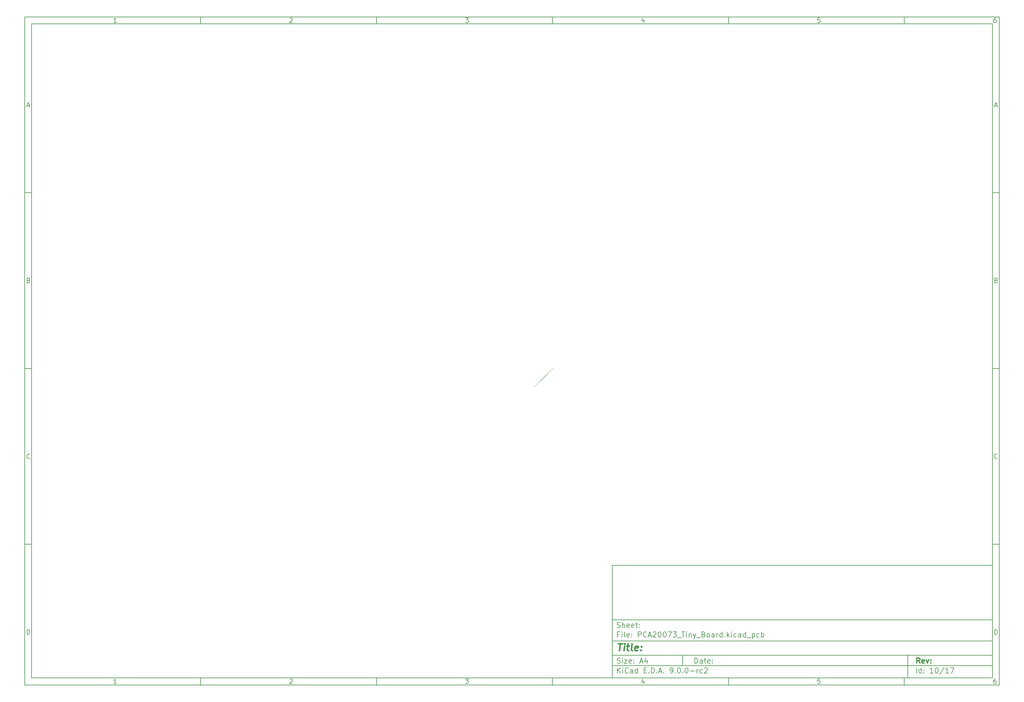
<source format=gbr>
G04 #@! TF.GenerationSoftware,KiCad,Pcbnew,9.0.0-rc2-3baa6cd791~182~ubuntu24.04.1*
G04 #@! TF.CreationDate,2025-02-06T23:09:26-05:00*
G04 #@! TF.ProjectId,PCA20073_Tiny_Board,50434132-3030-4373-935f-54696e795f42,rev?*
G04 #@! TF.SameCoordinates,PX82a22f1PY713a4f2*
G04 #@! TF.FileFunction,Legend,Bot*
G04 #@! TF.FilePolarity,Positive*
%FSLAX46Y46*%
G04 Gerber Fmt 4.6, Leading zero omitted, Abs format (unit mm)*
G04 Created by KiCad (PCBNEW 9.0.0-rc2-3baa6cd791~182~ubuntu24.04.1) date 2025-02-06 23:09:26*
%MOMM*%
%LPD*%
G01*
G04 APERTURE LIST*
%ADD10C,0.100000*%
%ADD11C,0.150000*%
%ADD12C,0.300000*%
%ADD13C,0.400000*%
%ADD14C,0.120000*%
G04 APERTURE END LIST*
D10*
D11*
X40023015Y-47279278D02*
X148023015Y-47279278D01*
X148023015Y-79279278D01*
X40023015Y-79279278D01*
X40023015Y-47279278D01*
D10*
D11*
X-126979185Y108727922D02*
X150023015Y108727922D01*
X150023015Y-81279278D01*
X-126979185Y-81279278D01*
X-126979185Y108727922D01*
D10*
D11*
X-124979185Y106727922D02*
X148023015Y106727922D01*
X148023015Y-79279278D01*
X-124979185Y-79279278D01*
X-124979185Y106727922D01*
D10*
D11*
X-76979185Y106727922D02*
X-76979185Y108727922D01*
D10*
D11*
X-26979185Y106727922D02*
X-26979185Y108727922D01*
D10*
D11*
X23020815Y106727922D02*
X23020815Y108727922D01*
D10*
D11*
X73020815Y106727922D02*
X73020815Y108727922D01*
D10*
D11*
X123020815Y106727922D02*
X123020815Y108727922D01*
D10*
D11*
X-100890025Y107134318D02*
X-101632882Y107134318D01*
X-101261454Y107134318D02*
X-101261454Y108434318D01*
X-101261454Y108434318D02*
X-101385263Y108248603D01*
X-101385263Y108248603D02*
X-101509073Y108124794D01*
X-101509073Y108124794D02*
X-101632882Y108062889D01*
D10*
D11*
X-51632882Y108310508D02*
X-51570978Y108372413D01*
X-51570978Y108372413D02*
X-51447168Y108434318D01*
X-51447168Y108434318D02*
X-51137644Y108434318D01*
X-51137644Y108434318D02*
X-51013835Y108372413D01*
X-51013835Y108372413D02*
X-50951930Y108310508D01*
X-50951930Y108310508D02*
X-50890025Y108186699D01*
X-50890025Y108186699D02*
X-50890025Y108062889D01*
X-50890025Y108062889D02*
X-50951930Y107877175D01*
X-50951930Y107877175D02*
X-51694787Y107134318D01*
X-51694787Y107134318D02*
X-50890025Y107134318D01*
D10*
D11*
X-1694787Y108434318D02*
X-890025Y108434318D01*
X-890025Y108434318D02*
X-1323359Y107939080D01*
X-1323359Y107939080D02*
X-1137644Y107939080D01*
X-1137644Y107939080D02*
X-1013835Y107877175D01*
X-1013835Y107877175D02*
X-951930Y107815270D01*
X-951930Y107815270D02*
X-890025Y107691461D01*
X-890025Y107691461D02*
X-890025Y107381937D01*
X-890025Y107381937D02*
X-951930Y107258127D01*
X-951930Y107258127D02*
X-1013835Y107196222D01*
X-1013835Y107196222D02*
X-1137644Y107134318D01*
X-1137644Y107134318D02*
X-1509073Y107134318D01*
X-1509073Y107134318D02*
X-1632882Y107196222D01*
X-1632882Y107196222D02*
X-1694787Y107258127D01*
D10*
D11*
X48986165Y108000984D02*
X48986165Y107134318D01*
X48676641Y108496222D02*
X48367118Y107567651D01*
X48367118Y107567651D02*
X49171879Y107567651D01*
D10*
D11*
X99048070Y108434318D02*
X98429022Y108434318D01*
X98429022Y108434318D02*
X98367118Y107815270D01*
X98367118Y107815270D02*
X98429022Y107877175D01*
X98429022Y107877175D02*
X98552832Y107939080D01*
X98552832Y107939080D02*
X98862356Y107939080D01*
X98862356Y107939080D02*
X98986165Y107877175D01*
X98986165Y107877175D02*
X99048070Y107815270D01*
X99048070Y107815270D02*
X99109975Y107691461D01*
X99109975Y107691461D02*
X99109975Y107381937D01*
X99109975Y107381937D02*
X99048070Y107258127D01*
X99048070Y107258127D02*
X98986165Y107196222D01*
X98986165Y107196222D02*
X98862356Y107134318D01*
X98862356Y107134318D02*
X98552832Y107134318D01*
X98552832Y107134318D02*
X98429022Y107196222D01*
X98429022Y107196222D02*
X98367118Y107258127D01*
D10*
D11*
X148986165Y108434318D02*
X148738546Y108434318D01*
X148738546Y108434318D02*
X148614737Y108372413D01*
X148614737Y108372413D02*
X148552832Y108310508D01*
X148552832Y108310508D02*
X148429022Y108124794D01*
X148429022Y108124794D02*
X148367118Y107877175D01*
X148367118Y107877175D02*
X148367118Y107381937D01*
X148367118Y107381937D02*
X148429022Y107258127D01*
X148429022Y107258127D02*
X148490927Y107196222D01*
X148490927Y107196222D02*
X148614737Y107134318D01*
X148614737Y107134318D02*
X148862356Y107134318D01*
X148862356Y107134318D02*
X148986165Y107196222D01*
X148986165Y107196222D02*
X149048070Y107258127D01*
X149048070Y107258127D02*
X149109975Y107381937D01*
X149109975Y107381937D02*
X149109975Y107691461D01*
X149109975Y107691461D02*
X149048070Y107815270D01*
X149048070Y107815270D02*
X148986165Y107877175D01*
X148986165Y107877175D02*
X148862356Y107939080D01*
X148862356Y107939080D02*
X148614737Y107939080D01*
X148614737Y107939080D02*
X148490927Y107877175D01*
X148490927Y107877175D02*
X148429022Y107815270D01*
X148429022Y107815270D02*
X148367118Y107691461D01*
D10*
D11*
X-76979185Y-79279278D02*
X-76979185Y-81279278D01*
D10*
D11*
X-26979185Y-79279278D02*
X-26979185Y-81279278D01*
D10*
D11*
X23020815Y-79279278D02*
X23020815Y-81279278D01*
D10*
D11*
X73020815Y-79279278D02*
X73020815Y-81279278D01*
D10*
D11*
X123020815Y-79279278D02*
X123020815Y-81279278D01*
D10*
D11*
X-100890025Y-80872882D02*
X-101632882Y-80872882D01*
X-101261454Y-80872882D02*
X-101261454Y-79572882D01*
X-101261454Y-79572882D02*
X-101385263Y-79758597D01*
X-101385263Y-79758597D02*
X-101509073Y-79882406D01*
X-101509073Y-79882406D02*
X-101632882Y-79944311D01*
D10*
D11*
X-51632882Y-79696692D02*
X-51570978Y-79634787D01*
X-51570978Y-79634787D02*
X-51447168Y-79572882D01*
X-51447168Y-79572882D02*
X-51137644Y-79572882D01*
X-51137644Y-79572882D02*
X-51013835Y-79634787D01*
X-51013835Y-79634787D02*
X-50951930Y-79696692D01*
X-50951930Y-79696692D02*
X-50890025Y-79820501D01*
X-50890025Y-79820501D02*
X-50890025Y-79944311D01*
X-50890025Y-79944311D02*
X-50951930Y-80130025D01*
X-50951930Y-80130025D02*
X-51694787Y-80872882D01*
X-51694787Y-80872882D02*
X-50890025Y-80872882D01*
D10*
D11*
X-1694787Y-79572882D02*
X-890025Y-79572882D01*
X-890025Y-79572882D02*
X-1323359Y-80068120D01*
X-1323359Y-80068120D02*
X-1137644Y-80068120D01*
X-1137644Y-80068120D02*
X-1013835Y-80130025D01*
X-1013835Y-80130025D02*
X-951930Y-80191930D01*
X-951930Y-80191930D02*
X-890025Y-80315739D01*
X-890025Y-80315739D02*
X-890025Y-80625263D01*
X-890025Y-80625263D02*
X-951930Y-80749073D01*
X-951930Y-80749073D02*
X-1013835Y-80810978D01*
X-1013835Y-80810978D02*
X-1137644Y-80872882D01*
X-1137644Y-80872882D02*
X-1509073Y-80872882D01*
X-1509073Y-80872882D02*
X-1632882Y-80810978D01*
X-1632882Y-80810978D02*
X-1694787Y-80749073D01*
D10*
D11*
X48986165Y-80006216D02*
X48986165Y-80872882D01*
X48676641Y-79510978D02*
X48367118Y-80439549D01*
X48367118Y-80439549D02*
X49171879Y-80439549D01*
D10*
D11*
X99048070Y-79572882D02*
X98429022Y-79572882D01*
X98429022Y-79572882D02*
X98367118Y-80191930D01*
X98367118Y-80191930D02*
X98429022Y-80130025D01*
X98429022Y-80130025D02*
X98552832Y-80068120D01*
X98552832Y-80068120D02*
X98862356Y-80068120D01*
X98862356Y-80068120D02*
X98986165Y-80130025D01*
X98986165Y-80130025D02*
X99048070Y-80191930D01*
X99048070Y-80191930D02*
X99109975Y-80315739D01*
X99109975Y-80315739D02*
X99109975Y-80625263D01*
X99109975Y-80625263D02*
X99048070Y-80749073D01*
X99048070Y-80749073D02*
X98986165Y-80810978D01*
X98986165Y-80810978D02*
X98862356Y-80872882D01*
X98862356Y-80872882D02*
X98552832Y-80872882D01*
X98552832Y-80872882D02*
X98429022Y-80810978D01*
X98429022Y-80810978D02*
X98367118Y-80749073D01*
D10*
D11*
X148986165Y-79572882D02*
X148738546Y-79572882D01*
X148738546Y-79572882D02*
X148614737Y-79634787D01*
X148614737Y-79634787D02*
X148552832Y-79696692D01*
X148552832Y-79696692D02*
X148429022Y-79882406D01*
X148429022Y-79882406D02*
X148367118Y-80130025D01*
X148367118Y-80130025D02*
X148367118Y-80625263D01*
X148367118Y-80625263D02*
X148429022Y-80749073D01*
X148429022Y-80749073D02*
X148490927Y-80810978D01*
X148490927Y-80810978D02*
X148614737Y-80872882D01*
X148614737Y-80872882D02*
X148862356Y-80872882D01*
X148862356Y-80872882D02*
X148986165Y-80810978D01*
X148986165Y-80810978D02*
X149048070Y-80749073D01*
X149048070Y-80749073D02*
X149109975Y-80625263D01*
X149109975Y-80625263D02*
X149109975Y-80315739D01*
X149109975Y-80315739D02*
X149048070Y-80191930D01*
X149048070Y-80191930D02*
X148986165Y-80130025D01*
X148986165Y-80130025D02*
X148862356Y-80068120D01*
X148862356Y-80068120D02*
X148614737Y-80068120D01*
X148614737Y-80068120D02*
X148490927Y-80130025D01*
X148490927Y-80130025D02*
X148429022Y-80191930D01*
X148429022Y-80191930D02*
X148367118Y-80315739D01*
D10*
D11*
X-126979185Y58727922D02*
X-124979185Y58727922D01*
D10*
D11*
X-126979185Y8727922D02*
X-124979185Y8727922D01*
D10*
D11*
X-126979185Y-41272078D02*
X-124979185Y-41272078D01*
D10*
D11*
X-126288709Y83505746D02*
X-125669662Y83505746D01*
X-126412519Y83134318D02*
X-125979186Y84434318D01*
X-125979186Y84434318D02*
X-125545852Y83134318D01*
D10*
D11*
X-125886328Y33815270D02*
X-125700614Y33753365D01*
X-125700614Y33753365D02*
X-125638709Y33691461D01*
X-125638709Y33691461D02*
X-125576805Y33567651D01*
X-125576805Y33567651D02*
X-125576805Y33381937D01*
X-125576805Y33381937D02*
X-125638709Y33258127D01*
X-125638709Y33258127D02*
X-125700614Y33196222D01*
X-125700614Y33196222D02*
X-125824424Y33134318D01*
X-125824424Y33134318D02*
X-126319662Y33134318D01*
X-126319662Y33134318D02*
X-126319662Y34434318D01*
X-126319662Y34434318D02*
X-125886328Y34434318D01*
X-125886328Y34434318D02*
X-125762519Y34372413D01*
X-125762519Y34372413D02*
X-125700614Y34310508D01*
X-125700614Y34310508D02*
X-125638709Y34186699D01*
X-125638709Y34186699D02*
X-125638709Y34062889D01*
X-125638709Y34062889D02*
X-125700614Y33939080D01*
X-125700614Y33939080D02*
X-125762519Y33877175D01*
X-125762519Y33877175D02*
X-125886328Y33815270D01*
X-125886328Y33815270D02*
X-126319662Y33815270D01*
D10*
D11*
X-125576805Y-16741873D02*
X-125638709Y-16803778D01*
X-125638709Y-16803778D02*
X-125824424Y-16865682D01*
X-125824424Y-16865682D02*
X-125948233Y-16865682D01*
X-125948233Y-16865682D02*
X-126133947Y-16803778D01*
X-126133947Y-16803778D02*
X-126257757Y-16679968D01*
X-126257757Y-16679968D02*
X-126319662Y-16556158D01*
X-126319662Y-16556158D02*
X-126381566Y-16308539D01*
X-126381566Y-16308539D02*
X-126381566Y-16122825D01*
X-126381566Y-16122825D02*
X-126319662Y-15875206D01*
X-126319662Y-15875206D02*
X-126257757Y-15751397D01*
X-126257757Y-15751397D02*
X-126133947Y-15627587D01*
X-126133947Y-15627587D02*
X-125948233Y-15565682D01*
X-125948233Y-15565682D02*
X-125824424Y-15565682D01*
X-125824424Y-15565682D02*
X-125638709Y-15627587D01*
X-125638709Y-15627587D02*
X-125576805Y-15689492D01*
D10*
D11*
X-126319662Y-66865682D02*
X-126319662Y-65565682D01*
X-126319662Y-65565682D02*
X-126010138Y-65565682D01*
X-126010138Y-65565682D02*
X-125824424Y-65627587D01*
X-125824424Y-65627587D02*
X-125700614Y-65751397D01*
X-125700614Y-65751397D02*
X-125638709Y-65875206D01*
X-125638709Y-65875206D02*
X-125576805Y-66122825D01*
X-125576805Y-66122825D02*
X-125576805Y-66308539D01*
X-125576805Y-66308539D02*
X-125638709Y-66556158D01*
X-125638709Y-66556158D02*
X-125700614Y-66679968D01*
X-125700614Y-66679968D02*
X-125824424Y-66803778D01*
X-125824424Y-66803778D02*
X-126010138Y-66865682D01*
X-126010138Y-66865682D02*
X-126319662Y-66865682D01*
D10*
D11*
X150023015Y58727922D02*
X148023015Y58727922D01*
D10*
D11*
X150023015Y8727922D02*
X148023015Y8727922D01*
D10*
D11*
X150023015Y-41272078D02*
X148023015Y-41272078D01*
D10*
D11*
X148713491Y83505746D02*
X149332538Y83505746D01*
X148589681Y83134318D02*
X149023014Y84434318D01*
X149023014Y84434318D02*
X149456348Y83134318D01*
D10*
D11*
X149115872Y33815270D02*
X149301586Y33753365D01*
X149301586Y33753365D02*
X149363491Y33691461D01*
X149363491Y33691461D02*
X149425395Y33567651D01*
X149425395Y33567651D02*
X149425395Y33381937D01*
X149425395Y33381937D02*
X149363491Y33258127D01*
X149363491Y33258127D02*
X149301586Y33196222D01*
X149301586Y33196222D02*
X149177776Y33134318D01*
X149177776Y33134318D02*
X148682538Y33134318D01*
X148682538Y33134318D02*
X148682538Y34434318D01*
X148682538Y34434318D02*
X149115872Y34434318D01*
X149115872Y34434318D02*
X149239681Y34372413D01*
X149239681Y34372413D02*
X149301586Y34310508D01*
X149301586Y34310508D02*
X149363491Y34186699D01*
X149363491Y34186699D02*
X149363491Y34062889D01*
X149363491Y34062889D02*
X149301586Y33939080D01*
X149301586Y33939080D02*
X149239681Y33877175D01*
X149239681Y33877175D02*
X149115872Y33815270D01*
X149115872Y33815270D02*
X148682538Y33815270D01*
D10*
D11*
X149425395Y-16741873D02*
X149363491Y-16803778D01*
X149363491Y-16803778D02*
X149177776Y-16865682D01*
X149177776Y-16865682D02*
X149053967Y-16865682D01*
X149053967Y-16865682D02*
X148868253Y-16803778D01*
X148868253Y-16803778D02*
X148744443Y-16679968D01*
X148744443Y-16679968D02*
X148682538Y-16556158D01*
X148682538Y-16556158D02*
X148620634Y-16308539D01*
X148620634Y-16308539D02*
X148620634Y-16122825D01*
X148620634Y-16122825D02*
X148682538Y-15875206D01*
X148682538Y-15875206D02*
X148744443Y-15751397D01*
X148744443Y-15751397D02*
X148868253Y-15627587D01*
X148868253Y-15627587D02*
X149053967Y-15565682D01*
X149053967Y-15565682D02*
X149177776Y-15565682D01*
X149177776Y-15565682D02*
X149363491Y-15627587D01*
X149363491Y-15627587D02*
X149425395Y-15689492D01*
D10*
D11*
X148682538Y-66865682D02*
X148682538Y-65565682D01*
X148682538Y-65565682D02*
X148992062Y-65565682D01*
X148992062Y-65565682D02*
X149177776Y-65627587D01*
X149177776Y-65627587D02*
X149301586Y-65751397D01*
X149301586Y-65751397D02*
X149363491Y-65875206D01*
X149363491Y-65875206D02*
X149425395Y-66122825D01*
X149425395Y-66122825D02*
X149425395Y-66308539D01*
X149425395Y-66308539D02*
X149363491Y-66556158D01*
X149363491Y-66556158D02*
X149301586Y-66679968D01*
X149301586Y-66679968D02*
X149177776Y-66803778D01*
X149177776Y-66803778D02*
X148992062Y-66865682D01*
X148992062Y-66865682D02*
X148682538Y-66865682D01*
D10*
D11*
X63478841Y-75065406D02*
X63478841Y-73565406D01*
X63478841Y-73565406D02*
X63835984Y-73565406D01*
X63835984Y-73565406D02*
X64050270Y-73636835D01*
X64050270Y-73636835D02*
X64193127Y-73779692D01*
X64193127Y-73779692D02*
X64264556Y-73922549D01*
X64264556Y-73922549D02*
X64335984Y-74208263D01*
X64335984Y-74208263D02*
X64335984Y-74422549D01*
X64335984Y-74422549D02*
X64264556Y-74708263D01*
X64264556Y-74708263D02*
X64193127Y-74851120D01*
X64193127Y-74851120D02*
X64050270Y-74993978D01*
X64050270Y-74993978D02*
X63835984Y-75065406D01*
X63835984Y-75065406D02*
X63478841Y-75065406D01*
X65621699Y-75065406D02*
X65621699Y-74279692D01*
X65621699Y-74279692D02*
X65550270Y-74136835D01*
X65550270Y-74136835D02*
X65407413Y-74065406D01*
X65407413Y-74065406D02*
X65121699Y-74065406D01*
X65121699Y-74065406D02*
X64978841Y-74136835D01*
X65621699Y-74993978D02*
X65478841Y-75065406D01*
X65478841Y-75065406D02*
X65121699Y-75065406D01*
X65121699Y-75065406D02*
X64978841Y-74993978D01*
X64978841Y-74993978D02*
X64907413Y-74851120D01*
X64907413Y-74851120D02*
X64907413Y-74708263D01*
X64907413Y-74708263D02*
X64978841Y-74565406D01*
X64978841Y-74565406D02*
X65121699Y-74493978D01*
X65121699Y-74493978D02*
X65478841Y-74493978D01*
X65478841Y-74493978D02*
X65621699Y-74422549D01*
X66121699Y-74065406D02*
X66693127Y-74065406D01*
X66335984Y-73565406D02*
X66335984Y-74851120D01*
X66335984Y-74851120D02*
X66407413Y-74993978D01*
X66407413Y-74993978D02*
X66550270Y-75065406D01*
X66550270Y-75065406D02*
X66693127Y-75065406D01*
X67764556Y-74993978D02*
X67621699Y-75065406D01*
X67621699Y-75065406D02*
X67335985Y-75065406D01*
X67335985Y-75065406D02*
X67193127Y-74993978D01*
X67193127Y-74993978D02*
X67121699Y-74851120D01*
X67121699Y-74851120D02*
X67121699Y-74279692D01*
X67121699Y-74279692D02*
X67193127Y-74136835D01*
X67193127Y-74136835D02*
X67335985Y-74065406D01*
X67335985Y-74065406D02*
X67621699Y-74065406D01*
X67621699Y-74065406D02*
X67764556Y-74136835D01*
X67764556Y-74136835D02*
X67835985Y-74279692D01*
X67835985Y-74279692D02*
X67835985Y-74422549D01*
X67835985Y-74422549D02*
X67121699Y-74565406D01*
X68478841Y-74922549D02*
X68550270Y-74993978D01*
X68550270Y-74993978D02*
X68478841Y-75065406D01*
X68478841Y-75065406D02*
X68407413Y-74993978D01*
X68407413Y-74993978D02*
X68478841Y-74922549D01*
X68478841Y-74922549D02*
X68478841Y-75065406D01*
X68478841Y-74136835D02*
X68550270Y-74208263D01*
X68550270Y-74208263D02*
X68478841Y-74279692D01*
X68478841Y-74279692D02*
X68407413Y-74208263D01*
X68407413Y-74208263D02*
X68478841Y-74136835D01*
X68478841Y-74136835D02*
X68478841Y-74279692D01*
D10*
D11*
X40023015Y-75779278D02*
X148023015Y-75779278D01*
D10*
D11*
X41478841Y-77865406D02*
X41478841Y-76365406D01*
X42335984Y-77865406D02*
X41693127Y-77008263D01*
X42335984Y-76365406D02*
X41478841Y-77222549D01*
X42978841Y-77865406D02*
X42978841Y-76865406D01*
X42978841Y-76365406D02*
X42907413Y-76436835D01*
X42907413Y-76436835D02*
X42978841Y-76508263D01*
X42978841Y-76508263D02*
X43050270Y-76436835D01*
X43050270Y-76436835D02*
X42978841Y-76365406D01*
X42978841Y-76365406D02*
X42978841Y-76508263D01*
X44550270Y-77722549D02*
X44478842Y-77793978D01*
X44478842Y-77793978D02*
X44264556Y-77865406D01*
X44264556Y-77865406D02*
X44121699Y-77865406D01*
X44121699Y-77865406D02*
X43907413Y-77793978D01*
X43907413Y-77793978D02*
X43764556Y-77651120D01*
X43764556Y-77651120D02*
X43693127Y-77508263D01*
X43693127Y-77508263D02*
X43621699Y-77222549D01*
X43621699Y-77222549D02*
X43621699Y-77008263D01*
X43621699Y-77008263D02*
X43693127Y-76722549D01*
X43693127Y-76722549D02*
X43764556Y-76579692D01*
X43764556Y-76579692D02*
X43907413Y-76436835D01*
X43907413Y-76436835D02*
X44121699Y-76365406D01*
X44121699Y-76365406D02*
X44264556Y-76365406D01*
X44264556Y-76365406D02*
X44478842Y-76436835D01*
X44478842Y-76436835D02*
X44550270Y-76508263D01*
X45835985Y-77865406D02*
X45835985Y-77079692D01*
X45835985Y-77079692D02*
X45764556Y-76936835D01*
X45764556Y-76936835D02*
X45621699Y-76865406D01*
X45621699Y-76865406D02*
X45335985Y-76865406D01*
X45335985Y-76865406D02*
X45193127Y-76936835D01*
X45835985Y-77793978D02*
X45693127Y-77865406D01*
X45693127Y-77865406D02*
X45335985Y-77865406D01*
X45335985Y-77865406D02*
X45193127Y-77793978D01*
X45193127Y-77793978D02*
X45121699Y-77651120D01*
X45121699Y-77651120D02*
X45121699Y-77508263D01*
X45121699Y-77508263D02*
X45193127Y-77365406D01*
X45193127Y-77365406D02*
X45335985Y-77293978D01*
X45335985Y-77293978D02*
X45693127Y-77293978D01*
X45693127Y-77293978D02*
X45835985Y-77222549D01*
X47193128Y-77865406D02*
X47193128Y-76365406D01*
X47193128Y-77793978D02*
X47050270Y-77865406D01*
X47050270Y-77865406D02*
X46764556Y-77865406D01*
X46764556Y-77865406D02*
X46621699Y-77793978D01*
X46621699Y-77793978D02*
X46550270Y-77722549D01*
X46550270Y-77722549D02*
X46478842Y-77579692D01*
X46478842Y-77579692D02*
X46478842Y-77151120D01*
X46478842Y-77151120D02*
X46550270Y-77008263D01*
X46550270Y-77008263D02*
X46621699Y-76936835D01*
X46621699Y-76936835D02*
X46764556Y-76865406D01*
X46764556Y-76865406D02*
X47050270Y-76865406D01*
X47050270Y-76865406D02*
X47193128Y-76936835D01*
X49050270Y-77079692D02*
X49550270Y-77079692D01*
X49764556Y-77865406D02*
X49050270Y-77865406D01*
X49050270Y-77865406D02*
X49050270Y-76365406D01*
X49050270Y-76365406D02*
X49764556Y-76365406D01*
X50407413Y-77722549D02*
X50478842Y-77793978D01*
X50478842Y-77793978D02*
X50407413Y-77865406D01*
X50407413Y-77865406D02*
X50335985Y-77793978D01*
X50335985Y-77793978D02*
X50407413Y-77722549D01*
X50407413Y-77722549D02*
X50407413Y-77865406D01*
X51121699Y-77865406D02*
X51121699Y-76365406D01*
X51121699Y-76365406D02*
X51478842Y-76365406D01*
X51478842Y-76365406D02*
X51693128Y-76436835D01*
X51693128Y-76436835D02*
X51835985Y-76579692D01*
X51835985Y-76579692D02*
X51907414Y-76722549D01*
X51907414Y-76722549D02*
X51978842Y-77008263D01*
X51978842Y-77008263D02*
X51978842Y-77222549D01*
X51978842Y-77222549D02*
X51907414Y-77508263D01*
X51907414Y-77508263D02*
X51835985Y-77651120D01*
X51835985Y-77651120D02*
X51693128Y-77793978D01*
X51693128Y-77793978D02*
X51478842Y-77865406D01*
X51478842Y-77865406D02*
X51121699Y-77865406D01*
X52621699Y-77722549D02*
X52693128Y-77793978D01*
X52693128Y-77793978D02*
X52621699Y-77865406D01*
X52621699Y-77865406D02*
X52550271Y-77793978D01*
X52550271Y-77793978D02*
X52621699Y-77722549D01*
X52621699Y-77722549D02*
X52621699Y-77865406D01*
X53264557Y-77436835D02*
X53978843Y-77436835D01*
X53121700Y-77865406D02*
X53621700Y-76365406D01*
X53621700Y-76365406D02*
X54121700Y-77865406D01*
X54621699Y-77722549D02*
X54693128Y-77793978D01*
X54693128Y-77793978D02*
X54621699Y-77865406D01*
X54621699Y-77865406D02*
X54550271Y-77793978D01*
X54550271Y-77793978D02*
X54621699Y-77722549D01*
X54621699Y-77722549D02*
X54621699Y-77865406D01*
X56550271Y-77865406D02*
X56835985Y-77865406D01*
X56835985Y-77865406D02*
X56978842Y-77793978D01*
X56978842Y-77793978D02*
X57050271Y-77722549D01*
X57050271Y-77722549D02*
X57193128Y-77508263D01*
X57193128Y-77508263D02*
X57264557Y-77222549D01*
X57264557Y-77222549D02*
X57264557Y-76651120D01*
X57264557Y-76651120D02*
X57193128Y-76508263D01*
X57193128Y-76508263D02*
X57121700Y-76436835D01*
X57121700Y-76436835D02*
X56978842Y-76365406D01*
X56978842Y-76365406D02*
X56693128Y-76365406D01*
X56693128Y-76365406D02*
X56550271Y-76436835D01*
X56550271Y-76436835D02*
X56478842Y-76508263D01*
X56478842Y-76508263D02*
X56407414Y-76651120D01*
X56407414Y-76651120D02*
X56407414Y-77008263D01*
X56407414Y-77008263D02*
X56478842Y-77151120D01*
X56478842Y-77151120D02*
X56550271Y-77222549D01*
X56550271Y-77222549D02*
X56693128Y-77293978D01*
X56693128Y-77293978D02*
X56978842Y-77293978D01*
X56978842Y-77293978D02*
X57121700Y-77222549D01*
X57121700Y-77222549D02*
X57193128Y-77151120D01*
X57193128Y-77151120D02*
X57264557Y-77008263D01*
X57907413Y-77722549D02*
X57978842Y-77793978D01*
X57978842Y-77793978D02*
X57907413Y-77865406D01*
X57907413Y-77865406D02*
X57835985Y-77793978D01*
X57835985Y-77793978D02*
X57907413Y-77722549D01*
X57907413Y-77722549D02*
X57907413Y-77865406D01*
X58907414Y-76365406D02*
X59050271Y-76365406D01*
X59050271Y-76365406D02*
X59193128Y-76436835D01*
X59193128Y-76436835D02*
X59264557Y-76508263D01*
X59264557Y-76508263D02*
X59335985Y-76651120D01*
X59335985Y-76651120D02*
X59407414Y-76936835D01*
X59407414Y-76936835D02*
X59407414Y-77293978D01*
X59407414Y-77293978D02*
X59335985Y-77579692D01*
X59335985Y-77579692D02*
X59264557Y-77722549D01*
X59264557Y-77722549D02*
X59193128Y-77793978D01*
X59193128Y-77793978D02*
X59050271Y-77865406D01*
X59050271Y-77865406D02*
X58907414Y-77865406D01*
X58907414Y-77865406D02*
X58764557Y-77793978D01*
X58764557Y-77793978D02*
X58693128Y-77722549D01*
X58693128Y-77722549D02*
X58621699Y-77579692D01*
X58621699Y-77579692D02*
X58550271Y-77293978D01*
X58550271Y-77293978D02*
X58550271Y-76936835D01*
X58550271Y-76936835D02*
X58621699Y-76651120D01*
X58621699Y-76651120D02*
X58693128Y-76508263D01*
X58693128Y-76508263D02*
X58764557Y-76436835D01*
X58764557Y-76436835D02*
X58907414Y-76365406D01*
X60050270Y-77722549D02*
X60121699Y-77793978D01*
X60121699Y-77793978D02*
X60050270Y-77865406D01*
X60050270Y-77865406D02*
X59978842Y-77793978D01*
X59978842Y-77793978D02*
X60050270Y-77722549D01*
X60050270Y-77722549D02*
X60050270Y-77865406D01*
X61050271Y-76365406D02*
X61193128Y-76365406D01*
X61193128Y-76365406D02*
X61335985Y-76436835D01*
X61335985Y-76436835D02*
X61407414Y-76508263D01*
X61407414Y-76508263D02*
X61478842Y-76651120D01*
X61478842Y-76651120D02*
X61550271Y-76936835D01*
X61550271Y-76936835D02*
X61550271Y-77293978D01*
X61550271Y-77293978D02*
X61478842Y-77579692D01*
X61478842Y-77579692D02*
X61407414Y-77722549D01*
X61407414Y-77722549D02*
X61335985Y-77793978D01*
X61335985Y-77793978D02*
X61193128Y-77865406D01*
X61193128Y-77865406D02*
X61050271Y-77865406D01*
X61050271Y-77865406D02*
X60907414Y-77793978D01*
X60907414Y-77793978D02*
X60835985Y-77722549D01*
X60835985Y-77722549D02*
X60764556Y-77579692D01*
X60764556Y-77579692D02*
X60693128Y-77293978D01*
X60693128Y-77293978D02*
X60693128Y-76936835D01*
X60693128Y-76936835D02*
X60764556Y-76651120D01*
X60764556Y-76651120D02*
X60835985Y-76508263D01*
X60835985Y-76508263D02*
X60907414Y-76436835D01*
X60907414Y-76436835D02*
X61050271Y-76365406D01*
X62193127Y-77293978D02*
X63335985Y-77293978D01*
X64050270Y-77865406D02*
X64050270Y-76865406D01*
X64050270Y-77151120D02*
X64121699Y-77008263D01*
X64121699Y-77008263D02*
X64193128Y-76936835D01*
X64193128Y-76936835D02*
X64335985Y-76865406D01*
X64335985Y-76865406D02*
X64478842Y-76865406D01*
X65621699Y-77793978D02*
X65478841Y-77865406D01*
X65478841Y-77865406D02*
X65193127Y-77865406D01*
X65193127Y-77865406D02*
X65050270Y-77793978D01*
X65050270Y-77793978D02*
X64978841Y-77722549D01*
X64978841Y-77722549D02*
X64907413Y-77579692D01*
X64907413Y-77579692D02*
X64907413Y-77151120D01*
X64907413Y-77151120D02*
X64978841Y-77008263D01*
X64978841Y-77008263D02*
X65050270Y-76936835D01*
X65050270Y-76936835D02*
X65193127Y-76865406D01*
X65193127Y-76865406D02*
X65478841Y-76865406D01*
X65478841Y-76865406D02*
X65621699Y-76936835D01*
X66193127Y-76508263D02*
X66264555Y-76436835D01*
X66264555Y-76436835D02*
X66407413Y-76365406D01*
X66407413Y-76365406D02*
X66764555Y-76365406D01*
X66764555Y-76365406D02*
X66907413Y-76436835D01*
X66907413Y-76436835D02*
X66978841Y-76508263D01*
X66978841Y-76508263D02*
X67050270Y-76651120D01*
X67050270Y-76651120D02*
X67050270Y-76793978D01*
X67050270Y-76793978D02*
X66978841Y-77008263D01*
X66978841Y-77008263D02*
X66121698Y-77865406D01*
X66121698Y-77865406D02*
X67050270Y-77865406D01*
D10*
D11*
X40023015Y-72779278D02*
X148023015Y-72779278D01*
D10*
D12*
X127434668Y-75057606D02*
X126934668Y-74343320D01*
X126577525Y-75057606D02*
X126577525Y-73557606D01*
X126577525Y-73557606D02*
X127148954Y-73557606D01*
X127148954Y-73557606D02*
X127291811Y-73629035D01*
X127291811Y-73629035D02*
X127363240Y-73700463D01*
X127363240Y-73700463D02*
X127434668Y-73843320D01*
X127434668Y-73843320D02*
X127434668Y-74057606D01*
X127434668Y-74057606D02*
X127363240Y-74200463D01*
X127363240Y-74200463D02*
X127291811Y-74271892D01*
X127291811Y-74271892D02*
X127148954Y-74343320D01*
X127148954Y-74343320D02*
X126577525Y-74343320D01*
X128648954Y-74986178D02*
X128506097Y-75057606D01*
X128506097Y-75057606D02*
X128220383Y-75057606D01*
X128220383Y-75057606D02*
X128077525Y-74986178D01*
X128077525Y-74986178D02*
X128006097Y-74843320D01*
X128006097Y-74843320D02*
X128006097Y-74271892D01*
X128006097Y-74271892D02*
X128077525Y-74129035D01*
X128077525Y-74129035D02*
X128220383Y-74057606D01*
X128220383Y-74057606D02*
X128506097Y-74057606D01*
X128506097Y-74057606D02*
X128648954Y-74129035D01*
X128648954Y-74129035D02*
X128720383Y-74271892D01*
X128720383Y-74271892D02*
X128720383Y-74414749D01*
X128720383Y-74414749D02*
X128006097Y-74557606D01*
X129220382Y-74057606D02*
X129577525Y-75057606D01*
X129577525Y-75057606D02*
X129934668Y-74057606D01*
X130506096Y-74914749D02*
X130577525Y-74986178D01*
X130577525Y-74986178D02*
X130506096Y-75057606D01*
X130506096Y-75057606D02*
X130434668Y-74986178D01*
X130434668Y-74986178D02*
X130506096Y-74914749D01*
X130506096Y-74914749D02*
X130506096Y-75057606D01*
X130506096Y-74129035D02*
X130577525Y-74200463D01*
X130577525Y-74200463D02*
X130506096Y-74271892D01*
X130506096Y-74271892D02*
X130434668Y-74200463D01*
X130434668Y-74200463D02*
X130506096Y-74129035D01*
X130506096Y-74129035D02*
X130506096Y-74271892D01*
D10*
D11*
X41407413Y-74993978D02*
X41621699Y-75065406D01*
X41621699Y-75065406D02*
X41978841Y-75065406D01*
X41978841Y-75065406D02*
X42121699Y-74993978D01*
X42121699Y-74993978D02*
X42193127Y-74922549D01*
X42193127Y-74922549D02*
X42264556Y-74779692D01*
X42264556Y-74779692D02*
X42264556Y-74636835D01*
X42264556Y-74636835D02*
X42193127Y-74493978D01*
X42193127Y-74493978D02*
X42121699Y-74422549D01*
X42121699Y-74422549D02*
X41978841Y-74351120D01*
X41978841Y-74351120D02*
X41693127Y-74279692D01*
X41693127Y-74279692D02*
X41550270Y-74208263D01*
X41550270Y-74208263D02*
X41478841Y-74136835D01*
X41478841Y-74136835D02*
X41407413Y-73993978D01*
X41407413Y-73993978D02*
X41407413Y-73851120D01*
X41407413Y-73851120D02*
X41478841Y-73708263D01*
X41478841Y-73708263D02*
X41550270Y-73636835D01*
X41550270Y-73636835D02*
X41693127Y-73565406D01*
X41693127Y-73565406D02*
X42050270Y-73565406D01*
X42050270Y-73565406D02*
X42264556Y-73636835D01*
X42907412Y-75065406D02*
X42907412Y-74065406D01*
X42907412Y-73565406D02*
X42835984Y-73636835D01*
X42835984Y-73636835D02*
X42907412Y-73708263D01*
X42907412Y-73708263D02*
X42978841Y-73636835D01*
X42978841Y-73636835D02*
X42907412Y-73565406D01*
X42907412Y-73565406D02*
X42907412Y-73708263D01*
X43478841Y-74065406D02*
X44264556Y-74065406D01*
X44264556Y-74065406D02*
X43478841Y-75065406D01*
X43478841Y-75065406D02*
X44264556Y-75065406D01*
X45407413Y-74993978D02*
X45264556Y-75065406D01*
X45264556Y-75065406D02*
X44978842Y-75065406D01*
X44978842Y-75065406D02*
X44835984Y-74993978D01*
X44835984Y-74993978D02*
X44764556Y-74851120D01*
X44764556Y-74851120D02*
X44764556Y-74279692D01*
X44764556Y-74279692D02*
X44835984Y-74136835D01*
X44835984Y-74136835D02*
X44978842Y-74065406D01*
X44978842Y-74065406D02*
X45264556Y-74065406D01*
X45264556Y-74065406D02*
X45407413Y-74136835D01*
X45407413Y-74136835D02*
X45478842Y-74279692D01*
X45478842Y-74279692D02*
X45478842Y-74422549D01*
X45478842Y-74422549D02*
X44764556Y-74565406D01*
X46121698Y-74922549D02*
X46193127Y-74993978D01*
X46193127Y-74993978D02*
X46121698Y-75065406D01*
X46121698Y-75065406D02*
X46050270Y-74993978D01*
X46050270Y-74993978D02*
X46121698Y-74922549D01*
X46121698Y-74922549D02*
X46121698Y-75065406D01*
X46121698Y-74136835D02*
X46193127Y-74208263D01*
X46193127Y-74208263D02*
X46121698Y-74279692D01*
X46121698Y-74279692D02*
X46050270Y-74208263D01*
X46050270Y-74208263D02*
X46121698Y-74136835D01*
X46121698Y-74136835D02*
X46121698Y-74279692D01*
X47907413Y-74636835D02*
X48621699Y-74636835D01*
X47764556Y-75065406D02*
X48264556Y-73565406D01*
X48264556Y-73565406D02*
X48764556Y-75065406D01*
X49907413Y-74065406D02*
X49907413Y-75065406D01*
X49550270Y-73493978D02*
X49193127Y-74565406D01*
X49193127Y-74565406D02*
X50121698Y-74565406D01*
D10*
D11*
X126478841Y-77865406D02*
X126478841Y-76365406D01*
X127835985Y-77865406D02*
X127835985Y-76365406D01*
X127835985Y-77793978D02*
X127693127Y-77865406D01*
X127693127Y-77865406D02*
X127407413Y-77865406D01*
X127407413Y-77865406D02*
X127264556Y-77793978D01*
X127264556Y-77793978D02*
X127193127Y-77722549D01*
X127193127Y-77722549D02*
X127121699Y-77579692D01*
X127121699Y-77579692D02*
X127121699Y-77151120D01*
X127121699Y-77151120D02*
X127193127Y-77008263D01*
X127193127Y-77008263D02*
X127264556Y-76936835D01*
X127264556Y-76936835D02*
X127407413Y-76865406D01*
X127407413Y-76865406D02*
X127693127Y-76865406D01*
X127693127Y-76865406D02*
X127835985Y-76936835D01*
X128550270Y-77722549D02*
X128621699Y-77793978D01*
X128621699Y-77793978D02*
X128550270Y-77865406D01*
X128550270Y-77865406D02*
X128478842Y-77793978D01*
X128478842Y-77793978D02*
X128550270Y-77722549D01*
X128550270Y-77722549D02*
X128550270Y-77865406D01*
X128550270Y-76936835D02*
X128621699Y-77008263D01*
X128621699Y-77008263D02*
X128550270Y-77079692D01*
X128550270Y-77079692D02*
X128478842Y-77008263D01*
X128478842Y-77008263D02*
X128550270Y-76936835D01*
X128550270Y-76936835D02*
X128550270Y-77079692D01*
X131193128Y-77865406D02*
X130335985Y-77865406D01*
X130764556Y-77865406D02*
X130764556Y-76365406D01*
X130764556Y-76365406D02*
X130621699Y-76579692D01*
X130621699Y-76579692D02*
X130478842Y-76722549D01*
X130478842Y-76722549D02*
X130335985Y-76793978D01*
X132121699Y-76365406D02*
X132264556Y-76365406D01*
X132264556Y-76365406D02*
X132407413Y-76436835D01*
X132407413Y-76436835D02*
X132478842Y-76508263D01*
X132478842Y-76508263D02*
X132550270Y-76651120D01*
X132550270Y-76651120D02*
X132621699Y-76936835D01*
X132621699Y-76936835D02*
X132621699Y-77293978D01*
X132621699Y-77293978D02*
X132550270Y-77579692D01*
X132550270Y-77579692D02*
X132478842Y-77722549D01*
X132478842Y-77722549D02*
X132407413Y-77793978D01*
X132407413Y-77793978D02*
X132264556Y-77865406D01*
X132264556Y-77865406D02*
X132121699Y-77865406D01*
X132121699Y-77865406D02*
X131978842Y-77793978D01*
X131978842Y-77793978D02*
X131907413Y-77722549D01*
X131907413Y-77722549D02*
X131835984Y-77579692D01*
X131835984Y-77579692D02*
X131764556Y-77293978D01*
X131764556Y-77293978D02*
X131764556Y-76936835D01*
X131764556Y-76936835D02*
X131835984Y-76651120D01*
X131835984Y-76651120D02*
X131907413Y-76508263D01*
X131907413Y-76508263D02*
X131978842Y-76436835D01*
X131978842Y-76436835D02*
X132121699Y-76365406D01*
X134335984Y-76293978D02*
X133050270Y-78222549D01*
X135621699Y-77865406D02*
X134764556Y-77865406D01*
X135193127Y-77865406D02*
X135193127Y-76365406D01*
X135193127Y-76365406D02*
X135050270Y-76579692D01*
X135050270Y-76579692D02*
X134907413Y-76722549D01*
X134907413Y-76722549D02*
X134764556Y-76793978D01*
X136121698Y-76365406D02*
X137121698Y-76365406D01*
X137121698Y-76365406D02*
X136478841Y-77865406D01*
D10*
D11*
X40023015Y-68779278D02*
X148023015Y-68779278D01*
D10*
D13*
X41714743Y-69483716D02*
X42857600Y-69483716D01*
X42036172Y-71483716D02*
X42286172Y-69483716D01*
X43274267Y-71483716D02*
X43440934Y-70150382D01*
X43524267Y-69483716D02*
X43417124Y-69578954D01*
X43417124Y-69578954D02*
X43500458Y-69674192D01*
X43500458Y-69674192D02*
X43607601Y-69578954D01*
X43607601Y-69578954D02*
X43524267Y-69483716D01*
X43524267Y-69483716D02*
X43500458Y-69674192D01*
X44107601Y-70150382D02*
X44869505Y-70150382D01*
X44476648Y-69483716D02*
X44262363Y-71198001D01*
X44262363Y-71198001D02*
X44333791Y-71388478D01*
X44333791Y-71388478D02*
X44512363Y-71483716D01*
X44512363Y-71483716D02*
X44702839Y-71483716D01*
X45655220Y-71483716D02*
X45476648Y-71388478D01*
X45476648Y-71388478D02*
X45405220Y-71198001D01*
X45405220Y-71198001D02*
X45619505Y-69483716D01*
X47190934Y-71388478D02*
X46988553Y-71483716D01*
X46988553Y-71483716D02*
X46607600Y-71483716D01*
X46607600Y-71483716D02*
X46429029Y-71388478D01*
X46429029Y-71388478D02*
X46357600Y-71198001D01*
X46357600Y-71198001D02*
X46452839Y-70436097D01*
X46452839Y-70436097D02*
X46571886Y-70245620D01*
X46571886Y-70245620D02*
X46774267Y-70150382D01*
X46774267Y-70150382D02*
X47155219Y-70150382D01*
X47155219Y-70150382D02*
X47333791Y-70245620D01*
X47333791Y-70245620D02*
X47405219Y-70436097D01*
X47405219Y-70436097D02*
X47381410Y-70626573D01*
X47381410Y-70626573D02*
X46405219Y-70817049D01*
X48155220Y-71293239D02*
X48238553Y-71388478D01*
X48238553Y-71388478D02*
X48131410Y-71483716D01*
X48131410Y-71483716D02*
X48048077Y-71388478D01*
X48048077Y-71388478D02*
X48155220Y-71293239D01*
X48155220Y-71293239D02*
X48131410Y-71483716D01*
X48286172Y-70245620D02*
X48369505Y-70340858D01*
X48369505Y-70340858D02*
X48262363Y-70436097D01*
X48262363Y-70436097D02*
X48179029Y-70340858D01*
X48179029Y-70340858D02*
X48286172Y-70245620D01*
X48286172Y-70245620D02*
X48262363Y-70436097D01*
D10*
D11*
X41978841Y-66879692D02*
X41478841Y-66879692D01*
X41478841Y-67665406D02*
X41478841Y-66165406D01*
X41478841Y-66165406D02*
X42193127Y-66165406D01*
X42764555Y-67665406D02*
X42764555Y-66665406D01*
X42764555Y-66165406D02*
X42693127Y-66236835D01*
X42693127Y-66236835D02*
X42764555Y-66308263D01*
X42764555Y-66308263D02*
X42835984Y-66236835D01*
X42835984Y-66236835D02*
X42764555Y-66165406D01*
X42764555Y-66165406D02*
X42764555Y-66308263D01*
X43693127Y-67665406D02*
X43550270Y-67593978D01*
X43550270Y-67593978D02*
X43478841Y-67451120D01*
X43478841Y-67451120D02*
X43478841Y-66165406D01*
X44835984Y-67593978D02*
X44693127Y-67665406D01*
X44693127Y-67665406D02*
X44407413Y-67665406D01*
X44407413Y-67665406D02*
X44264555Y-67593978D01*
X44264555Y-67593978D02*
X44193127Y-67451120D01*
X44193127Y-67451120D02*
X44193127Y-66879692D01*
X44193127Y-66879692D02*
X44264555Y-66736835D01*
X44264555Y-66736835D02*
X44407413Y-66665406D01*
X44407413Y-66665406D02*
X44693127Y-66665406D01*
X44693127Y-66665406D02*
X44835984Y-66736835D01*
X44835984Y-66736835D02*
X44907413Y-66879692D01*
X44907413Y-66879692D02*
X44907413Y-67022549D01*
X44907413Y-67022549D02*
X44193127Y-67165406D01*
X45550269Y-67522549D02*
X45621698Y-67593978D01*
X45621698Y-67593978D02*
X45550269Y-67665406D01*
X45550269Y-67665406D02*
X45478841Y-67593978D01*
X45478841Y-67593978D02*
X45550269Y-67522549D01*
X45550269Y-67522549D02*
X45550269Y-67665406D01*
X45550269Y-66736835D02*
X45621698Y-66808263D01*
X45621698Y-66808263D02*
X45550269Y-66879692D01*
X45550269Y-66879692D02*
X45478841Y-66808263D01*
X45478841Y-66808263D02*
X45550269Y-66736835D01*
X45550269Y-66736835D02*
X45550269Y-66879692D01*
X47407412Y-67665406D02*
X47407412Y-66165406D01*
X47407412Y-66165406D02*
X47978841Y-66165406D01*
X47978841Y-66165406D02*
X48121698Y-66236835D01*
X48121698Y-66236835D02*
X48193127Y-66308263D01*
X48193127Y-66308263D02*
X48264555Y-66451120D01*
X48264555Y-66451120D02*
X48264555Y-66665406D01*
X48264555Y-66665406D02*
X48193127Y-66808263D01*
X48193127Y-66808263D02*
X48121698Y-66879692D01*
X48121698Y-66879692D02*
X47978841Y-66951120D01*
X47978841Y-66951120D02*
X47407412Y-66951120D01*
X49764555Y-67522549D02*
X49693127Y-67593978D01*
X49693127Y-67593978D02*
X49478841Y-67665406D01*
X49478841Y-67665406D02*
X49335984Y-67665406D01*
X49335984Y-67665406D02*
X49121698Y-67593978D01*
X49121698Y-67593978D02*
X48978841Y-67451120D01*
X48978841Y-67451120D02*
X48907412Y-67308263D01*
X48907412Y-67308263D02*
X48835984Y-67022549D01*
X48835984Y-67022549D02*
X48835984Y-66808263D01*
X48835984Y-66808263D02*
X48907412Y-66522549D01*
X48907412Y-66522549D02*
X48978841Y-66379692D01*
X48978841Y-66379692D02*
X49121698Y-66236835D01*
X49121698Y-66236835D02*
X49335984Y-66165406D01*
X49335984Y-66165406D02*
X49478841Y-66165406D01*
X49478841Y-66165406D02*
X49693127Y-66236835D01*
X49693127Y-66236835D02*
X49764555Y-66308263D01*
X50335984Y-67236835D02*
X51050270Y-67236835D01*
X50193127Y-67665406D02*
X50693127Y-66165406D01*
X50693127Y-66165406D02*
X51193127Y-67665406D01*
X51621698Y-66308263D02*
X51693126Y-66236835D01*
X51693126Y-66236835D02*
X51835984Y-66165406D01*
X51835984Y-66165406D02*
X52193126Y-66165406D01*
X52193126Y-66165406D02*
X52335984Y-66236835D01*
X52335984Y-66236835D02*
X52407412Y-66308263D01*
X52407412Y-66308263D02*
X52478841Y-66451120D01*
X52478841Y-66451120D02*
X52478841Y-66593978D01*
X52478841Y-66593978D02*
X52407412Y-66808263D01*
X52407412Y-66808263D02*
X51550269Y-67665406D01*
X51550269Y-67665406D02*
X52478841Y-67665406D01*
X53407412Y-66165406D02*
X53550269Y-66165406D01*
X53550269Y-66165406D02*
X53693126Y-66236835D01*
X53693126Y-66236835D02*
X53764555Y-66308263D01*
X53764555Y-66308263D02*
X53835983Y-66451120D01*
X53835983Y-66451120D02*
X53907412Y-66736835D01*
X53907412Y-66736835D02*
X53907412Y-67093978D01*
X53907412Y-67093978D02*
X53835983Y-67379692D01*
X53835983Y-67379692D02*
X53764555Y-67522549D01*
X53764555Y-67522549D02*
X53693126Y-67593978D01*
X53693126Y-67593978D02*
X53550269Y-67665406D01*
X53550269Y-67665406D02*
X53407412Y-67665406D01*
X53407412Y-67665406D02*
X53264555Y-67593978D01*
X53264555Y-67593978D02*
X53193126Y-67522549D01*
X53193126Y-67522549D02*
X53121697Y-67379692D01*
X53121697Y-67379692D02*
X53050269Y-67093978D01*
X53050269Y-67093978D02*
X53050269Y-66736835D01*
X53050269Y-66736835D02*
X53121697Y-66451120D01*
X53121697Y-66451120D02*
X53193126Y-66308263D01*
X53193126Y-66308263D02*
X53264555Y-66236835D01*
X53264555Y-66236835D02*
X53407412Y-66165406D01*
X54835983Y-66165406D02*
X54978840Y-66165406D01*
X54978840Y-66165406D02*
X55121697Y-66236835D01*
X55121697Y-66236835D02*
X55193126Y-66308263D01*
X55193126Y-66308263D02*
X55264554Y-66451120D01*
X55264554Y-66451120D02*
X55335983Y-66736835D01*
X55335983Y-66736835D02*
X55335983Y-67093978D01*
X55335983Y-67093978D02*
X55264554Y-67379692D01*
X55264554Y-67379692D02*
X55193126Y-67522549D01*
X55193126Y-67522549D02*
X55121697Y-67593978D01*
X55121697Y-67593978D02*
X54978840Y-67665406D01*
X54978840Y-67665406D02*
X54835983Y-67665406D01*
X54835983Y-67665406D02*
X54693126Y-67593978D01*
X54693126Y-67593978D02*
X54621697Y-67522549D01*
X54621697Y-67522549D02*
X54550268Y-67379692D01*
X54550268Y-67379692D02*
X54478840Y-67093978D01*
X54478840Y-67093978D02*
X54478840Y-66736835D01*
X54478840Y-66736835D02*
X54550268Y-66451120D01*
X54550268Y-66451120D02*
X54621697Y-66308263D01*
X54621697Y-66308263D02*
X54693126Y-66236835D01*
X54693126Y-66236835D02*
X54835983Y-66165406D01*
X55835982Y-66165406D02*
X56835982Y-66165406D01*
X56835982Y-66165406D02*
X56193125Y-67665406D01*
X57264553Y-66165406D02*
X58193125Y-66165406D01*
X58193125Y-66165406D02*
X57693125Y-66736835D01*
X57693125Y-66736835D02*
X57907410Y-66736835D01*
X57907410Y-66736835D02*
X58050268Y-66808263D01*
X58050268Y-66808263D02*
X58121696Y-66879692D01*
X58121696Y-66879692D02*
X58193125Y-67022549D01*
X58193125Y-67022549D02*
X58193125Y-67379692D01*
X58193125Y-67379692D02*
X58121696Y-67522549D01*
X58121696Y-67522549D02*
X58050268Y-67593978D01*
X58050268Y-67593978D02*
X57907410Y-67665406D01*
X57907410Y-67665406D02*
X57478839Y-67665406D01*
X57478839Y-67665406D02*
X57335982Y-67593978D01*
X57335982Y-67593978D02*
X57264553Y-67522549D01*
X58478839Y-67808263D02*
X59621696Y-67808263D01*
X59764553Y-66165406D02*
X60621696Y-66165406D01*
X60193124Y-67665406D02*
X60193124Y-66165406D01*
X61121695Y-67665406D02*
X61121695Y-66665406D01*
X61121695Y-66165406D02*
X61050267Y-66236835D01*
X61050267Y-66236835D02*
X61121695Y-66308263D01*
X61121695Y-66308263D02*
X61193124Y-66236835D01*
X61193124Y-66236835D02*
X61121695Y-66165406D01*
X61121695Y-66165406D02*
X61121695Y-66308263D01*
X61835981Y-66665406D02*
X61835981Y-67665406D01*
X61835981Y-66808263D02*
X61907410Y-66736835D01*
X61907410Y-66736835D02*
X62050267Y-66665406D01*
X62050267Y-66665406D02*
X62264553Y-66665406D01*
X62264553Y-66665406D02*
X62407410Y-66736835D01*
X62407410Y-66736835D02*
X62478839Y-66879692D01*
X62478839Y-66879692D02*
X62478839Y-67665406D01*
X63050267Y-66665406D02*
X63407410Y-67665406D01*
X63764553Y-66665406D02*
X63407410Y-67665406D01*
X63407410Y-67665406D02*
X63264553Y-68022549D01*
X63264553Y-68022549D02*
X63193124Y-68093978D01*
X63193124Y-68093978D02*
X63050267Y-68165406D01*
X63978839Y-67808263D02*
X65121696Y-67808263D01*
X65978838Y-66879692D02*
X66193124Y-66951120D01*
X66193124Y-66951120D02*
X66264553Y-67022549D01*
X66264553Y-67022549D02*
X66335981Y-67165406D01*
X66335981Y-67165406D02*
X66335981Y-67379692D01*
X66335981Y-67379692D02*
X66264553Y-67522549D01*
X66264553Y-67522549D02*
X66193124Y-67593978D01*
X66193124Y-67593978D02*
X66050267Y-67665406D01*
X66050267Y-67665406D02*
X65478838Y-67665406D01*
X65478838Y-67665406D02*
X65478838Y-66165406D01*
X65478838Y-66165406D02*
X65978838Y-66165406D01*
X65978838Y-66165406D02*
X66121696Y-66236835D01*
X66121696Y-66236835D02*
X66193124Y-66308263D01*
X66193124Y-66308263D02*
X66264553Y-66451120D01*
X66264553Y-66451120D02*
X66264553Y-66593978D01*
X66264553Y-66593978D02*
X66193124Y-66736835D01*
X66193124Y-66736835D02*
X66121696Y-66808263D01*
X66121696Y-66808263D02*
X65978838Y-66879692D01*
X65978838Y-66879692D02*
X65478838Y-66879692D01*
X67193124Y-67665406D02*
X67050267Y-67593978D01*
X67050267Y-67593978D02*
X66978838Y-67522549D01*
X66978838Y-67522549D02*
X66907410Y-67379692D01*
X66907410Y-67379692D02*
X66907410Y-66951120D01*
X66907410Y-66951120D02*
X66978838Y-66808263D01*
X66978838Y-66808263D02*
X67050267Y-66736835D01*
X67050267Y-66736835D02*
X67193124Y-66665406D01*
X67193124Y-66665406D02*
X67407410Y-66665406D01*
X67407410Y-66665406D02*
X67550267Y-66736835D01*
X67550267Y-66736835D02*
X67621696Y-66808263D01*
X67621696Y-66808263D02*
X67693124Y-66951120D01*
X67693124Y-66951120D02*
X67693124Y-67379692D01*
X67693124Y-67379692D02*
X67621696Y-67522549D01*
X67621696Y-67522549D02*
X67550267Y-67593978D01*
X67550267Y-67593978D02*
X67407410Y-67665406D01*
X67407410Y-67665406D02*
X67193124Y-67665406D01*
X68978839Y-67665406D02*
X68978839Y-66879692D01*
X68978839Y-66879692D02*
X68907410Y-66736835D01*
X68907410Y-66736835D02*
X68764553Y-66665406D01*
X68764553Y-66665406D02*
X68478839Y-66665406D01*
X68478839Y-66665406D02*
X68335981Y-66736835D01*
X68978839Y-67593978D02*
X68835981Y-67665406D01*
X68835981Y-67665406D02*
X68478839Y-67665406D01*
X68478839Y-67665406D02*
X68335981Y-67593978D01*
X68335981Y-67593978D02*
X68264553Y-67451120D01*
X68264553Y-67451120D02*
X68264553Y-67308263D01*
X68264553Y-67308263D02*
X68335981Y-67165406D01*
X68335981Y-67165406D02*
X68478839Y-67093978D01*
X68478839Y-67093978D02*
X68835981Y-67093978D01*
X68835981Y-67093978D02*
X68978839Y-67022549D01*
X69693124Y-67665406D02*
X69693124Y-66665406D01*
X69693124Y-66951120D02*
X69764553Y-66808263D01*
X69764553Y-66808263D02*
X69835982Y-66736835D01*
X69835982Y-66736835D02*
X69978839Y-66665406D01*
X69978839Y-66665406D02*
X70121696Y-66665406D01*
X71264553Y-67665406D02*
X71264553Y-66165406D01*
X71264553Y-67593978D02*
X71121695Y-67665406D01*
X71121695Y-67665406D02*
X70835981Y-67665406D01*
X70835981Y-67665406D02*
X70693124Y-67593978D01*
X70693124Y-67593978D02*
X70621695Y-67522549D01*
X70621695Y-67522549D02*
X70550267Y-67379692D01*
X70550267Y-67379692D02*
X70550267Y-66951120D01*
X70550267Y-66951120D02*
X70621695Y-66808263D01*
X70621695Y-66808263D02*
X70693124Y-66736835D01*
X70693124Y-66736835D02*
X70835981Y-66665406D01*
X70835981Y-66665406D02*
X71121695Y-66665406D01*
X71121695Y-66665406D02*
X71264553Y-66736835D01*
X71978838Y-67522549D02*
X72050267Y-67593978D01*
X72050267Y-67593978D02*
X71978838Y-67665406D01*
X71978838Y-67665406D02*
X71907410Y-67593978D01*
X71907410Y-67593978D02*
X71978838Y-67522549D01*
X71978838Y-67522549D02*
X71978838Y-67665406D01*
X72693124Y-67665406D02*
X72693124Y-66165406D01*
X72835982Y-67093978D02*
X73264553Y-67665406D01*
X73264553Y-66665406D02*
X72693124Y-67236835D01*
X73907410Y-67665406D02*
X73907410Y-66665406D01*
X73907410Y-66165406D02*
X73835982Y-66236835D01*
X73835982Y-66236835D02*
X73907410Y-66308263D01*
X73907410Y-66308263D02*
X73978839Y-66236835D01*
X73978839Y-66236835D02*
X73907410Y-66165406D01*
X73907410Y-66165406D02*
X73907410Y-66308263D01*
X75264554Y-67593978D02*
X75121696Y-67665406D01*
X75121696Y-67665406D02*
X74835982Y-67665406D01*
X74835982Y-67665406D02*
X74693125Y-67593978D01*
X74693125Y-67593978D02*
X74621696Y-67522549D01*
X74621696Y-67522549D02*
X74550268Y-67379692D01*
X74550268Y-67379692D02*
X74550268Y-66951120D01*
X74550268Y-66951120D02*
X74621696Y-66808263D01*
X74621696Y-66808263D02*
X74693125Y-66736835D01*
X74693125Y-66736835D02*
X74835982Y-66665406D01*
X74835982Y-66665406D02*
X75121696Y-66665406D01*
X75121696Y-66665406D02*
X75264554Y-66736835D01*
X76550268Y-67665406D02*
X76550268Y-66879692D01*
X76550268Y-66879692D02*
X76478839Y-66736835D01*
X76478839Y-66736835D02*
X76335982Y-66665406D01*
X76335982Y-66665406D02*
X76050268Y-66665406D01*
X76050268Y-66665406D02*
X75907410Y-66736835D01*
X76550268Y-67593978D02*
X76407410Y-67665406D01*
X76407410Y-67665406D02*
X76050268Y-67665406D01*
X76050268Y-67665406D02*
X75907410Y-67593978D01*
X75907410Y-67593978D02*
X75835982Y-67451120D01*
X75835982Y-67451120D02*
X75835982Y-67308263D01*
X75835982Y-67308263D02*
X75907410Y-67165406D01*
X75907410Y-67165406D02*
X76050268Y-67093978D01*
X76050268Y-67093978D02*
X76407410Y-67093978D01*
X76407410Y-67093978D02*
X76550268Y-67022549D01*
X77907411Y-67665406D02*
X77907411Y-66165406D01*
X77907411Y-67593978D02*
X77764553Y-67665406D01*
X77764553Y-67665406D02*
X77478839Y-67665406D01*
X77478839Y-67665406D02*
X77335982Y-67593978D01*
X77335982Y-67593978D02*
X77264553Y-67522549D01*
X77264553Y-67522549D02*
X77193125Y-67379692D01*
X77193125Y-67379692D02*
X77193125Y-66951120D01*
X77193125Y-66951120D02*
X77264553Y-66808263D01*
X77264553Y-66808263D02*
X77335982Y-66736835D01*
X77335982Y-66736835D02*
X77478839Y-66665406D01*
X77478839Y-66665406D02*
X77764553Y-66665406D01*
X77764553Y-66665406D02*
X77907411Y-66736835D01*
X78264554Y-67808263D02*
X79407411Y-67808263D01*
X79764553Y-66665406D02*
X79764553Y-68165406D01*
X79764553Y-66736835D02*
X79907411Y-66665406D01*
X79907411Y-66665406D02*
X80193125Y-66665406D01*
X80193125Y-66665406D02*
X80335982Y-66736835D01*
X80335982Y-66736835D02*
X80407411Y-66808263D01*
X80407411Y-66808263D02*
X80478839Y-66951120D01*
X80478839Y-66951120D02*
X80478839Y-67379692D01*
X80478839Y-67379692D02*
X80407411Y-67522549D01*
X80407411Y-67522549D02*
X80335982Y-67593978D01*
X80335982Y-67593978D02*
X80193125Y-67665406D01*
X80193125Y-67665406D02*
X79907411Y-67665406D01*
X79907411Y-67665406D02*
X79764553Y-67593978D01*
X81764554Y-67593978D02*
X81621696Y-67665406D01*
X81621696Y-67665406D02*
X81335982Y-67665406D01*
X81335982Y-67665406D02*
X81193125Y-67593978D01*
X81193125Y-67593978D02*
X81121696Y-67522549D01*
X81121696Y-67522549D02*
X81050268Y-67379692D01*
X81050268Y-67379692D02*
X81050268Y-66951120D01*
X81050268Y-66951120D02*
X81121696Y-66808263D01*
X81121696Y-66808263D02*
X81193125Y-66736835D01*
X81193125Y-66736835D02*
X81335982Y-66665406D01*
X81335982Y-66665406D02*
X81621696Y-66665406D01*
X81621696Y-66665406D02*
X81764554Y-66736835D01*
X82407410Y-67665406D02*
X82407410Y-66165406D01*
X82407410Y-66736835D02*
X82550268Y-66665406D01*
X82550268Y-66665406D02*
X82835982Y-66665406D01*
X82835982Y-66665406D02*
X82978839Y-66736835D01*
X82978839Y-66736835D02*
X83050268Y-66808263D01*
X83050268Y-66808263D02*
X83121696Y-66951120D01*
X83121696Y-66951120D02*
X83121696Y-67379692D01*
X83121696Y-67379692D02*
X83050268Y-67522549D01*
X83050268Y-67522549D02*
X82978839Y-67593978D01*
X82978839Y-67593978D02*
X82835982Y-67665406D01*
X82835982Y-67665406D02*
X82550268Y-67665406D01*
X82550268Y-67665406D02*
X82407410Y-67593978D01*
D10*
D11*
X40023015Y-62779278D02*
X148023015Y-62779278D01*
D10*
D11*
X41407413Y-64893978D02*
X41621699Y-64965406D01*
X41621699Y-64965406D02*
X41978841Y-64965406D01*
X41978841Y-64965406D02*
X42121699Y-64893978D01*
X42121699Y-64893978D02*
X42193127Y-64822549D01*
X42193127Y-64822549D02*
X42264556Y-64679692D01*
X42264556Y-64679692D02*
X42264556Y-64536835D01*
X42264556Y-64536835D02*
X42193127Y-64393978D01*
X42193127Y-64393978D02*
X42121699Y-64322549D01*
X42121699Y-64322549D02*
X41978841Y-64251120D01*
X41978841Y-64251120D02*
X41693127Y-64179692D01*
X41693127Y-64179692D02*
X41550270Y-64108263D01*
X41550270Y-64108263D02*
X41478841Y-64036835D01*
X41478841Y-64036835D02*
X41407413Y-63893978D01*
X41407413Y-63893978D02*
X41407413Y-63751120D01*
X41407413Y-63751120D02*
X41478841Y-63608263D01*
X41478841Y-63608263D02*
X41550270Y-63536835D01*
X41550270Y-63536835D02*
X41693127Y-63465406D01*
X41693127Y-63465406D02*
X42050270Y-63465406D01*
X42050270Y-63465406D02*
X42264556Y-63536835D01*
X42907412Y-64965406D02*
X42907412Y-63465406D01*
X43550270Y-64965406D02*
X43550270Y-64179692D01*
X43550270Y-64179692D02*
X43478841Y-64036835D01*
X43478841Y-64036835D02*
X43335984Y-63965406D01*
X43335984Y-63965406D02*
X43121698Y-63965406D01*
X43121698Y-63965406D02*
X42978841Y-64036835D01*
X42978841Y-64036835D02*
X42907412Y-64108263D01*
X44835984Y-64893978D02*
X44693127Y-64965406D01*
X44693127Y-64965406D02*
X44407413Y-64965406D01*
X44407413Y-64965406D02*
X44264555Y-64893978D01*
X44264555Y-64893978D02*
X44193127Y-64751120D01*
X44193127Y-64751120D02*
X44193127Y-64179692D01*
X44193127Y-64179692D02*
X44264555Y-64036835D01*
X44264555Y-64036835D02*
X44407413Y-63965406D01*
X44407413Y-63965406D02*
X44693127Y-63965406D01*
X44693127Y-63965406D02*
X44835984Y-64036835D01*
X44835984Y-64036835D02*
X44907413Y-64179692D01*
X44907413Y-64179692D02*
X44907413Y-64322549D01*
X44907413Y-64322549D02*
X44193127Y-64465406D01*
X46121698Y-64893978D02*
X45978841Y-64965406D01*
X45978841Y-64965406D02*
X45693127Y-64965406D01*
X45693127Y-64965406D02*
X45550269Y-64893978D01*
X45550269Y-64893978D02*
X45478841Y-64751120D01*
X45478841Y-64751120D02*
X45478841Y-64179692D01*
X45478841Y-64179692D02*
X45550269Y-64036835D01*
X45550269Y-64036835D02*
X45693127Y-63965406D01*
X45693127Y-63965406D02*
X45978841Y-63965406D01*
X45978841Y-63965406D02*
X46121698Y-64036835D01*
X46121698Y-64036835D02*
X46193127Y-64179692D01*
X46193127Y-64179692D02*
X46193127Y-64322549D01*
X46193127Y-64322549D02*
X45478841Y-64465406D01*
X46621698Y-63965406D02*
X47193126Y-63965406D01*
X46835983Y-63465406D02*
X46835983Y-64751120D01*
X46835983Y-64751120D02*
X46907412Y-64893978D01*
X46907412Y-64893978D02*
X47050269Y-64965406D01*
X47050269Y-64965406D02*
X47193126Y-64965406D01*
X47693126Y-64822549D02*
X47764555Y-64893978D01*
X47764555Y-64893978D02*
X47693126Y-64965406D01*
X47693126Y-64965406D02*
X47621698Y-64893978D01*
X47621698Y-64893978D02*
X47693126Y-64822549D01*
X47693126Y-64822549D02*
X47693126Y-64965406D01*
X47693126Y-64036835D02*
X47764555Y-64108263D01*
X47764555Y-64108263D02*
X47693126Y-64179692D01*
X47693126Y-64179692D02*
X47621698Y-64108263D01*
X47621698Y-64108263D02*
X47693126Y-64036835D01*
X47693126Y-64036835D02*
X47693126Y-64179692D01*
D10*
D11*
X60023015Y-72779278D02*
X60023015Y-75779278D01*
D10*
D11*
X124023015Y-72779278D02*
X124023015Y-79279278D01*
D14*
X17850354Y3524371D02*
X23224366Y8898383D01*
M02*

</source>
